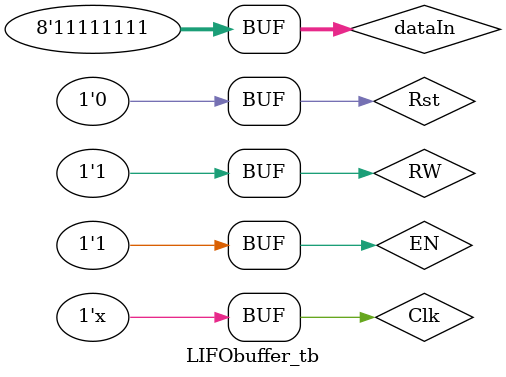
<source format=v>
`timescale 1ns / 1ns

module LIFObuffer_tb;

 // Inputs

 reg [7:0] dataIn;

 reg RW;

 reg EN;

 reg Rst;

 reg Clk;

 // Outputs

 wire [7:0] dataOut;

 wire EMPTY;

 wire FULL;
 wire [7:0] top;
 wire [2:0] SP;

 // Instantiate the Unit Under Test (UUT)

 LIFObuffer uut (dataIn, dataOut, RW,EN, Rst, EMPTY, FULL, Clk,top,SP);
 initial begin
  // Initialize Inputs

  dataIn  = 8'h00;
  RW  = 1'b0;
  EN  = 1'b0;
  Rst  = 1'b1;
  Clk  = 1'b0;
  // Wait 100 ns for global reset to finish

  #100;      
  // Add stimulus here
  EN   = 1'b1;
  Rst  = 1'b1;

  #40;
  Rst     = 1'b0;
  RW      = 1'b0;
  dataIn  = 8'h00;

  #20;
  dataIn = 8'h02;

  #20;
  dataIn = 8'h04;

  #20;
  dataIn = 8'h06;

  #20;
  RW  = 1'b1;
  dataIn = 8'h06;
  
  #20
  dataIn = 8'h0F;
  
  #20
  dataIn = 8'h5F;
  
  #20
  dataIn = 8'hFF;

 end 

   always #10 Clk = ~Clk;

endmodule
</source>
